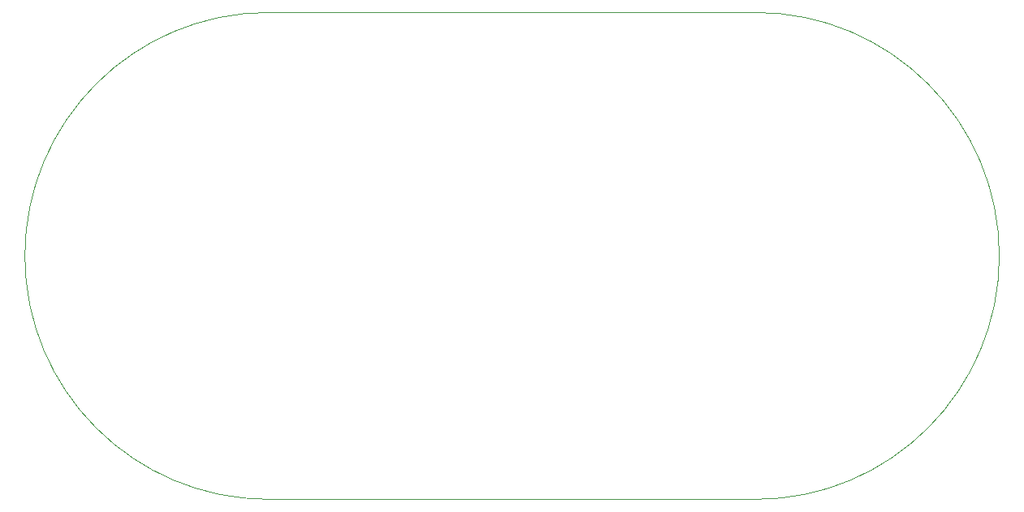
<source format=gbr>
%TF.GenerationSoftware,KiCad,Pcbnew,7.0.5*%
%TF.CreationDate,2023-07-04T20:42:27-04:00*%
%TF.ProjectId,Nixie Clock,4e697869-6520-4436-9c6f-636b2e6b6963,rev?*%
%TF.SameCoordinates,Original*%
%TF.FileFunction,Profile,NP*%
%FSLAX46Y46*%
G04 Gerber Fmt 4.6, Leading zero omitted, Abs format (unit mm)*
G04 Created by KiCad (PCBNEW 7.0.5) date 2023-07-04 20:42:27*
%MOMM*%
%LPD*%
G01*
G04 APERTURE LIST*
%TA.AperFunction,Profile*%
%ADD10C,0.100000*%
%TD*%
G04 APERTURE END LIST*
D10*
X152400000Y-109220000D02*
X203200000Y-109220000D01*
X152400000Y-58420000D02*
X203200000Y-58420000D01*
X203200000Y-109220000D02*
G75*
G03*
X203200000Y-58420000I0J25400000D01*
G01*
X152400000Y-58420000D02*
G75*
G03*
X152400000Y-109220000I0J-25400000D01*
G01*
M02*

</source>
